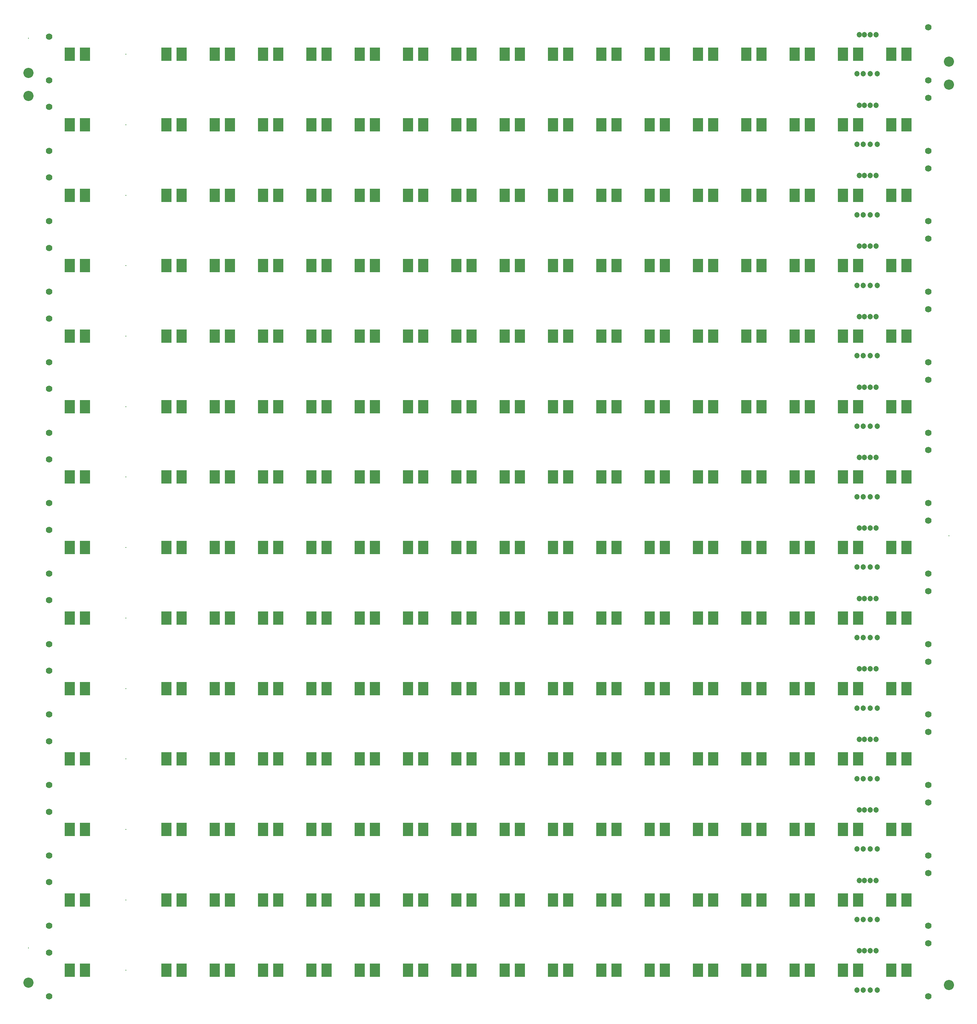
<source format=gbs>
G04 Layer_Color=16711935*
%FSLAX44Y44*%
%MOMM*%
G71*
G01*
G75*
%ADD156C,2.2032*%
%ADD166C,1.4000*%
%ADD167C,0.2032*%
%ADD168C,1.2032*%
%ADD169R,2.2032X3.0032*%
D156*
X2025000Y2050000D02*
D03*
Y2000000D02*
D03*
X25000Y50000D02*
D03*
X2025000Y45000D02*
D03*
X25000Y2025000D02*
D03*
Y1975000D02*
D03*
D166*
X70000Y20000D02*
D03*
Y115000D02*
D03*
X1980000Y135000D02*
D03*
Y20000D02*
D03*
X70000Y173000D02*
D03*
Y268000D02*
D03*
X1980000Y288000D02*
D03*
Y173000D02*
D03*
X70000Y326000D02*
D03*
Y421000D02*
D03*
X1980000Y441000D02*
D03*
Y326000D02*
D03*
X70000Y479000D02*
D03*
Y574000D02*
D03*
X1980000Y594000D02*
D03*
Y479000D02*
D03*
X70000Y632000D02*
D03*
Y727000D02*
D03*
X1980000Y747000D02*
D03*
Y632000D02*
D03*
X70000Y785000D02*
D03*
Y880000D02*
D03*
X1980000Y900000D02*
D03*
Y785000D02*
D03*
X70000Y938000D02*
D03*
Y1033000D02*
D03*
X1980000Y1053000D02*
D03*
Y938000D02*
D03*
X70000Y1091000D02*
D03*
Y1186000D02*
D03*
X1980000Y1206000D02*
D03*
Y1091000D02*
D03*
X70000Y1244000D02*
D03*
Y1339000D02*
D03*
X1980000Y1359000D02*
D03*
Y1244000D02*
D03*
X70000Y1397000D02*
D03*
Y1492000D02*
D03*
X1980000Y1512000D02*
D03*
Y1397000D02*
D03*
X70000Y1550000D02*
D03*
Y1645000D02*
D03*
X1980000Y1665000D02*
D03*
Y1550000D02*
D03*
X70000Y1703000D02*
D03*
Y1798000D02*
D03*
X1980000Y1818000D02*
D03*
Y1703000D02*
D03*
X70000Y1856000D02*
D03*
Y1951000D02*
D03*
X1980000Y1971000D02*
D03*
Y1856000D02*
D03*
X70000Y2009000D02*
D03*
Y2104000D02*
D03*
X1980000Y2124000D02*
D03*
Y2009000D02*
D03*
D167*
X2025000Y1020000D02*
D03*
X25000Y125000D02*
D03*
Y2100000D02*
D03*
X236750Y76500D02*
D03*
Y229500D02*
D03*
Y382500D02*
D03*
Y535500D02*
D03*
Y688500D02*
D03*
Y841500D02*
D03*
Y994500D02*
D03*
Y1147500D02*
D03*
Y1300500D02*
D03*
Y1453500D02*
D03*
Y1606500D02*
D03*
Y1759500D02*
D03*
Y1912500D02*
D03*
Y2065500D02*
D03*
D168*
X1869000Y34000D02*
D03*
X1854000D02*
D03*
X1839000D02*
D03*
X1825000D02*
D03*
X1867000Y119000D02*
D03*
X1854000D02*
D03*
X1841000D02*
D03*
X1830000D02*
D03*
X1869000Y187000D02*
D03*
X1854000D02*
D03*
X1839000D02*
D03*
X1825000D02*
D03*
X1867000Y272000D02*
D03*
X1854000D02*
D03*
X1841000D02*
D03*
X1830000D02*
D03*
X1869000Y340000D02*
D03*
X1854000D02*
D03*
X1839000D02*
D03*
X1825000D02*
D03*
X1867000Y425000D02*
D03*
X1854000D02*
D03*
X1841000D02*
D03*
X1830000D02*
D03*
X1869000Y493000D02*
D03*
X1854000D02*
D03*
X1839000D02*
D03*
X1825000D02*
D03*
X1867000Y578000D02*
D03*
X1854000D02*
D03*
X1841000D02*
D03*
X1830000D02*
D03*
X1869000Y646000D02*
D03*
X1854000D02*
D03*
X1839000D02*
D03*
X1825000D02*
D03*
X1867000Y731000D02*
D03*
X1854000D02*
D03*
X1841000D02*
D03*
X1830000D02*
D03*
X1869000Y799000D02*
D03*
X1854000D02*
D03*
X1839000D02*
D03*
X1825000D02*
D03*
X1867000Y884000D02*
D03*
X1854000D02*
D03*
X1841000D02*
D03*
X1830000D02*
D03*
X1869000Y952000D02*
D03*
X1854000D02*
D03*
X1839000D02*
D03*
X1825000D02*
D03*
X1867000Y1037000D02*
D03*
X1854000D02*
D03*
X1841000D02*
D03*
X1830000D02*
D03*
X1869000Y1105000D02*
D03*
X1854000D02*
D03*
X1839000D02*
D03*
X1825000D02*
D03*
X1867000Y1190000D02*
D03*
X1854000D02*
D03*
X1841000D02*
D03*
X1830000D02*
D03*
X1869000Y1258000D02*
D03*
X1854000D02*
D03*
X1839000D02*
D03*
X1825000D02*
D03*
X1867000Y1343000D02*
D03*
X1854000D02*
D03*
X1841000D02*
D03*
X1830000D02*
D03*
X1869000Y1411000D02*
D03*
X1854000D02*
D03*
X1839000D02*
D03*
X1825000D02*
D03*
X1867000Y1496000D02*
D03*
X1854000D02*
D03*
X1841000D02*
D03*
X1830000D02*
D03*
X1869000Y1564000D02*
D03*
X1854000D02*
D03*
X1839000D02*
D03*
X1825000D02*
D03*
X1867000Y1649000D02*
D03*
X1854000D02*
D03*
X1841000D02*
D03*
X1830000D02*
D03*
X1869000Y1717000D02*
D03*
X1854000D02*
D03*
X1839000D02*
D03*
X1825000D02*
D03*
X1867000Y1802000D02*
D03*
X1854000D02*
D03*
X1841000D02*
D03*
X1830000D02*
D03*
X1869000Y1870000D02*
D03*
X1854000D02*
D03*
X1839000D02*
D03*
X1825000D02*
D03*
X1867000Y1955000D02*
D03*
X1854000D02*
D03*
X1841000D02*
D03*
X1830000D02*
D03*
X1869000Y2023000D02*
D03*
X1854000D02*
D03*
X1839000D02*
D03*
X1825000D02*
D03*
X1867000Y2108000D02*
D03*
X1854000D02*
D03*
X1841000D02*
D03*
X1830000D02*
D03*
D169*
X1899990Y76500D02*
D03*
X1933010D02*
D03*
X1828010Y76500D02*
D03*
X1794990D02*
D03*
X1689990Y76500D02*
D03*
X1723010D02*
D03*
X1618010Y76500D02*
D03*
X1584990D02*
D03*
X1479990D02*
D03*
X1513010D02*
D03*
X1408010Y76500D02*
D03*
X1374990D02*
D03*
X1269990D02*
D03*
X1303010D02*
D03*
X1198010D02*
D03*
X1164990D02*
D03*
X1059990D02*
D03*
X1093010D02*
D03*
X988010D02*
D03*
X954990D02*
D03*
X849990Y76500D02*
D03*
X883010D02*
D03*
X778010Y76500D02*
D03*
X744990D02*
D03*
X639990Y76500D02*
D03*
X673010D02*
D03*
X568010Y76500D02*
D03*
X534990D02*
D03*
X429990D02*
D03*
X463010D02*
D03*
X358010D02*
D03*
X324990D02*
D03*
X114990D02*
D03*
X148010D02*
D03*
X1899990Y229500D02*
D03*
X1933010D02*
D03*
X1828010Y229500D02*
D03*
X1794990D02*
D03*
X1689990Y229500D02*
D03*
X1723010D02*
D03*
X1618010Y229500D02*
D03*
X1584990D02*
D03*
X1479990D02*
D03*
X1513010D02*
D03*
X1408010Y229500D02*
D03*
X1374990D02*
D03*
X1269990D02*
D03*
X1303010D02*
D03*
X1198010D02*
D03*
X1164990D02*
D03*
X1059990D02*
D03*
X1093010D02*
D03*
X988010D02*
D03*
X954990D02*
D03*
X849990Y229500D02*
D03*
X883010D02*
D03*
X778010Y229500D02*
D03*
X744990D02*
D03*
X639990Y229500D02*
D03*
X673010D02*
D03*
X568010Y229500D02*
D03*
X534990D02*
D03*
X429990D02*
D03*
X463010D02*
D03*
X358010D02*
D03*
X324990D02*
D03*
X114990D02*
D03*
X148010D02*
D03*
X1899990Y382500D02*
D03*
X1933010D02*
D03*
X1828010Y382500D02*
D03*
X1794990D02*
D03*
X1689990Y382500D02*
D03*
X1723010D02*
D03*
X1618010Y382500D02*
D03*
X1584990D02*
D03*
X1479990D02*
D03*
X1513010D02*
D03*
X1408010Y382500D02*
D03*
X1374990D02*
D03*
X1269990D02*
D03*
X1303010D02*
D03*
X1198010D02*
D03*
X1164990D02*
D03*
X1059990D02*
D03*
X1093010D02*
D03*
X988010D02*
D03*
X954990D02*
D03*
X849990Y382500D02*
D03*
X883010D02*
D03*
X778010Y382500D02*
D03*
X744990D02*
D03*
X639990Y382500D02*
D03*
X673010D02*
D03*
X568010Y382500D02*
D03*
X534990D02*
D03*
X429990D02*
D03*
X463010D02*
D03*
X358010D02*
D03*
X324990D02*
D03*
X114990D02*
D03*
X148010D02*
D03*
X1899990Y535500D02*
D03*
X1933010D02*
D03*
X1828010Y535500D02*
D03*
X1794990D02*
D03*
X1689990Y535500D02*
D03*
X1723010D02*
D03*
X1618010Y535500D02*
D03*
X1584990D02*
D03*
X1479990D02*
D03*
X1513010D02*
D03*
X1408010Y535500D02*
D03*
X1374990D02*
D03*
X1269990D02*
D03*
X1303010D02*
D03*
X1198010D02*
D03*
X1164990D02*
D03*
X1059990D02*
D03*
X1093010D02*
D03*
X988010D02*
D03*
X954990D02*
D03*
X849990Y535500D02*
D03*
X883010D02*
D03*
X778010Y535500D02*
D03*
X744990D02*
D03*
X639990Y535500D02*
D03*
X673010D02*
D03*
X568010Y535500D02*
D03*
X534990D02*
D03*
X429990D02*
D03*
X463010D02*
D03*
X358010D02*
D03*
X324990D02*
D03*
X114990D02*
D03*
X148010D02*
D03*
X1899990Y688500D02*
D03*
X1933010D02*
D03*
X1828010Y688500D02*
D03*
X1794990D02*
D03*
X1689990Y688500D02*
D03*
X1723010D02*
D03*
X1618010Y688500D02*
D03*
X1584990D02*
D03*
X1479990D02*
D03*
X1513010D02*
D03*
X1408010Y688500D02*
D03*
X1374990D02*
D03*
X1269990D02*
D03*
X1303010D02*
D03*
X1198010D02*
D03*
X1164990D02*
D03*
X1059990D02*
D03*
X1093010D02*
D03*
X988010D02*
D03*
X954990D02*
D03*
X849990Y688500D02*
D03*
X883010D02*
D03*
X778010Y688500D02*
D03*
X744990D02*
D03*
X639990Y688500D02*
D03*
X673010D02*
D03*
X568010Y688500D02*
D03*
X534990D02*
D03*
X429990D02*
D03*
X463010D02*
D03*
X358010D02*
D03*
X324990D02*
D03*
X114990D02*
D03*
X148010D02*
D03*
X1899990Y841500D02*
D03*
X1933010D02*
D03*
X1828010Y841500D02*
D03*
X1794990D02*
D03*
X1689990Y841500D02*
D03*
X1723010D02*
D03*
X1618010Y841500D02*
D03*
X1584990D02*
D03*
X1479990D02*
D03*
X1513010D02*
D03*
X1408010Y841500D02*
D03*
X1374990D02*
D03*
X1269990D02*
D03*
X1303010D02*
D03*
X1198010D02*
D03*
X1164990D02*
D03*
X1059990D02*
D03*
X1093010D02*
D03*
X988010D02*
D03*
X954990D02*
D03*
X849990Y841500D02*
D03*
X883010D02*
D03*
X778010Y841500D02*
D03*
X744990D02*
D03*
X639990Y841500D02*
D03*
X673010D02*
D03*
X568010Y841500D02*
D03*
X534990D02*
D03*
X429990D02*
D03*
X463010D02*
D03*
X358010D02*
D03*
X324990D02*
D03*
X114990D02*
D03*
X148010D02*
D03*
X1899990Y994500D02*
D03*
X1933010D02*
D03*
X1828010Y994500D02*
D03*
X1794990D02*
D03*
X1689990Y994500D02*
D03*
X1723010D02*
D03*
X1618010Y994500D02*
D03*
X1584990D02*
D03*
X1479990D02*
D03*
X1513010D02*
D03*
X1408010Y994500D02*
D03*
X1374990D02*
D03*
X1269990D02*
D03*
X1303010D02*
D03*
X1198010D02*
D03*
X1164990D02*
D03*
X1059990D02*
D03*
X1093010D02*
D03*
X988010D02*
D03*
X954990D02*
D03*
X849990Y994500D02*
D03*
X883010D02*
D03*
X778010Y994500D02*
D03*
X744990D02*
D03*
X639990Y994500D02*
D03*
X673010D02*
D03*
X568010Y994500D02*
D03*
X534990D02*
D03*
X429990D02*
D03*
X463010D02*
D03*
X358010D02*
D03*
X324990D02*
D03*
X114990D02*
D03*
X148010D02*
D03*
X1899990Y1147500D02*
D03*
X1933010D02*
D03*
X1828010Y1147500D02*
D03*
X1794990D02*
D03*
X1689990Y1147500D02*
D03*
X1723010D02*
D03*
X1618010Y1147500D02*
D03*
X1584990D02*
D03*
X1479990D02*
D03*
X1513010D02*
D03*
X1408010Y1147500D02*
D03*
X1374990D02*
D03*
X1269990D02*
D03*
X1303010D02*
D03*
X1198010D02*
D03*
X1164990D02*
D03*
X1059990D02*
D03*
X1093010D02*
D03*
X988010D02*
D03*
X954990D02*
D03*
X849990Y1147500D02*
D03*
X883010D02*
D03*
X778010Y1147500D02*
D03*
X744990D02*
D03*
X639990Y1147500D02*
D03*
X673010D02*
D03*
X568010Y1147500D02*
D03*
X534990D02*
D03*
X429990D02*
D03*
X463010D02*
D03*
X358010D02*
D03*
X324990D02*
D03*
X114990D02*
D03*
X148010D02*
D03*
X1899990Y1300500D02*
D03*
X1933010D02*
D03*
X1828010Y1300500D02*
D03*
X1794990D02*
D03*
X1689990Y1300500D02*
D03*
X1723010D02*
D03*
X1618010Y1300500D02*
D03*
X1584990D02*
D03*
X1479990D02*
D03*
X1513010D02*
D03*
X1408010Y1300500D02*
D03*
X1374990D02*
D03*
X1269990D02*
D03*
X1303010D02*
D03*
X1198010D02*
D03*
X1164990D02*
D03*
X1059990D02*
D03*
X1093010D02*
D03*
X988010D02*
D03*
X954990D02*
D03*
X849990Y1300500D02*
D03*
X883010D02*
D03*
X778010Y1300500D02*
D03*
X744990D02*
D03*
X639990Y1300500D02*
D03*
X673010D02*
D03*
X568010Y1300500D02*
D03*
X534990D02*
D03*
X429990D02*
D03*
X463010D02*
D03*
X358010D02*
D03*
X324990D02*
D03*
X114990D02*
D03*
X148010D02*
D03*
X1899990Y1453500D02*
D03*
X1933010D02*
D03*
X1828010Y1453500D02*
D03*
X1794990D02*
D03*
X1689990Y1453500D02*
D03*
X1723010D02*
D03*
X1618010Y1453500D02*
D03*
X1584990D02*
D03*
X1479990D02*
D03*
X1513010D02*
D03*
X1408010Y1453500D02*
D03*
X1374990D02*
D03*
X1269990D02*
D03*
X1303010D02*
D03*
X1198010D02*
D03*
X1164990D02*
D03*
X1059990D02*
D03*
X1093010D02*
D03*
X988010D02*
D03*
X954990D02*
D03*
X849990Y1453500D02*
D03*
X883010D02*
D03*
X778010Y1453500D02*
D03*
X744990D02*
D03*
X639990Y1453500D02*
D03*
X673010D02*
D03*
X568010Y1453500D02*
D03*
X534990D02*
D03*
X429990D02*
D03*
X463010D02*
D03*
X358010D02*
D03*
X324990D02*
D03*
X114990D02*
D03*
X148010D02*
D03*
X1899990Y1606500D02*
D03*
X1933010D02*
D03*
X1828010Y1606500D02*
D03*
X1794990D02*
D03*
X1689990Y1606500D02*
D03*
X1723010D02*
D03*
X1618010Y1606500D02*
D03*
X1584990D02*
D03*
X1479990D02*
D03*
X1513010D02*
D03*
X1408010Y1606500D02*
D03*
X1374990D02*
D03*
X1269990D02*
D03*
X1303010D02*
D03*
X1198010D02*
D03*
X1164990D02*
D03*
X1059990D02*
D03*
X1093010D02*
D03*
X988010D02*
D03*
X954990D02*
D03*
X849990Y1606500D02*
D03*
X883010D02*
D03*
X778010Y1606500D02*
D03*
X744990D02*
D03*
X639990Y1606500D02*
D03*
X673010D02*
D03*
X568010Y1606500D02*
D03*
X534990D02*
D03*
X429990D02*
D03*
X463010D02*
D03*
X358010D02*
D03*
X324990D02*
D03*
X114990D02*
D03*
X148010D02*
D03*
X1899990Y1759500D02*
D03*
X1933010D02*
D03*
X1828010Y1759500D02*
D03*
X1794990D02*
D03*
X1689990Y1759500D02*
D03*
X1723010D02*
D03*
X1618010Y1759500D02*
D03*
X1584990D02*
D03*
X1479990D02*
D03*
X1513010D02*
D03*
X1408010Y1759500D02*
D03*
X1374990D02*
D03*
X1269990D02*
D03*
X1303010D02*
D03*
X1198010D02*
D03*
X1164990D02*
D03*
X1059990D02*
D03*
X1093010D02*
D03*
X988010D02*
D03*
X954990D02*
D03*
X849990Y1759500D02*
D03*
X883010D02*
D03*
X778010Y1759500D02*
D03*
X744990D02*
D03*
X639990Y1759500D02*
D03*
X673010D02*
D03*
X568010Y1759500D02*
D03*
X534990D02*
D03*
X429990D02*
D03*
X463010D02*
D03*
X358010D02*
D03*
X324990D02*
D03*
X114990D02*
D03*
X148010D02*
D03*
X1899990Y1912500D02*
D03*
X1933010D02*
D03*
X1828010Y1912500D02*
D03*
X1794990D02*
D03*
X1689990Y1912500D02*
D03*
X1723010D02*
D03*
X1618010Y1912500D02*
D03*
X1584990D02*
D03*
X1479990D02*
D03*
X1513010D02*
D03*
X1408010Y1912500D02*
D03*
X1374990D02*
D03*
X1269990D02*
D03*
X1303010D02*
D03*
X1198010D02*
D03*
X1164990D02*
D03*
X1059990D02*
D03*
X1093010D02*
D03*
X988010D02*
D03*
X954990D02*
D03*
X849990Y1912500D02*
D03*
X883010D02*
D03*
X778010Y1912500D02*
D03*
X744990D02*
D03*
X639990Y1912500D02*
D03*
X673010D02*
D03*
X568010Y1912500D02*
D03*
X534990D02*
D03*
X429990D02*
D03*
X463010D02*
D03*
X358010D02*
D03*
X324990D02*
D03*
X114990D02*
D03*
X148010D02*
D03*
X1899990Y2065500D02*
D03*
X1933010D02*
D03*
X1828010Y2065500D02*
D03*
X1794990D02*
D03*
X1689990Y2065500D02*
D03*
X1723010D02*
D03*
X1618010Y2065500D02*
D03*
X1584990D02*
D03*
X1479990D02*
D03*
X1513010D02*
D03*
X1408010Y2065500D02*
D03*
X1374990D02*
D03*
X1269990D02*
D03*
X1303010D02*
D03*
X1198010D02*
D03*
X1164990D02*
D03*
X1059990D02*
D03*
X1093010D02*
D03*
X988010D02*
D03*
X954990D02*
D03*
X849990Y2065500D02*
D03*
X883010D02*
D03*
X778010Y2065500D02*
D03*
X744990D02*
D03*
X639990Y2065500D02*
D03*
X673010D02*
D03*
X568010Y2065500D02*
D03*
X534990D02*
D03*
X429990D02*
D03*
X463010D02*
D03*
X358010D02*
D03*
X324990D02*
D03*
X114990D02*
D03*
X148010D02*
D03*
M02*

</source>
